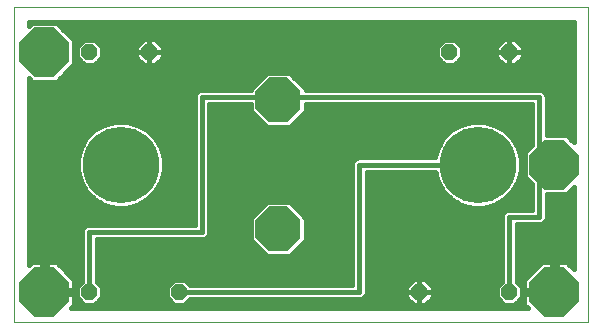
<source format=gbl>
G75*
%MOIN*%
%OFA0B0*%
%FSLAX25Y25*%
%IPPOS*%
%LPD*%
%AMOC8*
5,1,8,0,0,1.08239X$1,22.5*
%
%ADD10C,0.00000*%
%ADD11OC8,0.15000*%
%ADD12C,0.25500*%
%ADD13OC8,0.16400*%
%ADD14OC8,0.05200*%
%ADD15C,0.01600*%
D10*
X0004333Y0003250D02*
X0004333Y0108211D01*
X0195534Y0108211D01*
X0195534Y0003250D01*
X0004333Y0003250D01*
D11*
X0092333Y0034250D03*
X0092333Y0077250D03*
D12*
X0039833Y0055750D03*
X0158833Y0055750D03*
D13*
X0184333Y0055750D03*
X0184333Y0013250D03*
X0014333Y0013250D03*
X0014333Y0093250D03*
D14*
X0029333Y0093250D03*
X0049333Y0093250D03*
X0149333Y0093250D03*
X0169333Y0093250D03*
X0169333Y0013250D03*
X0139333Y0013250D03*
X0059333Y0013250D03*
X0029333Y0013250D03*
D15*
X0029333Y0033250D01*
X0066833Y0033250D01*
X0066833Y0078250D01*
X0092333Y0078250D01*
X0092333Y0077250D01*
X0092333Y0078250D02*
X0179333Y0078250D01*
X0179333Y0038250D01*
X0169333Y0038250D01*
X0169333Y0013250D01*
X0172484Y0016038D02*
X0174333Y0016038D01*
X0173533Y0014990D02*
X0171733Y0016790D01*
X0171733Y0035850D01*
X0179810Y0035850D01*
X0180692Y0036215D01*
X0181367Y0036891D01*
X0181733Y0037773D01*
X0181733Y0045950D01*
X0188392Y0045950D01*
X0190734Y0048292D01*
X0190734Y0020991D01*
X0188475Y0023250D01*
X0185108Y0023250D01*
X0185108Y0014025D01*
X0183558Y0014025D01*
X0183558Y0023250D01*
X0180191Y0023250D01*
X0174333Y0017392D01*
X0174333Y0014025D01*
X0183558Y0014025D01*
X0183558Y0012475D01*
X0174333Y0012475D01*
X0174333Y0009108D01*
X0175391Y0008050D01*
X0023275Y0008050D01*
X0024333Y0009108D01*
X0024333Y0012475D01*
X0015108Y0012475D01*
X0015108Y0014025D01*
X0024333Y0014025D01*
X0024333Y0017392D01*
X0018475Y0023250D01*
X0015108Y0023250D01*
X0015108Y0014025D01*
X0013558Y0014025D01*
X0013558Y0023250D01*
X0010191Y0023250D01*
X0009133Y0022192D01*
X0009133Y0084591D01*
X0010274Y0083450D01*
X0018392Y0083450D01*
X0024133Y0089191D01*
X0024133Y0097309D01*
X0018392Y0103050D01*
X0010274Y0103050D01*
X0009133Y0101909D01*
X0009133Y0103411D01*
X0190734Y0103411D01*
X0190734Y0063208D01*
X0188392Y0065550D01*
X0181733Y0065550D01*
X0181733Y0078727D01*
X0181367Y0079609D01*
X0180692Y0080285D01*
X0179810Y0080650D01*
X0101433Y0080650D01*
X0101433Y0081019D01*
X0096102Y0086350D01*
X0088563Y0086350D01*
X0083233Y0081019D01*
X0083233Y0080650D01*
X0066355Y0080650D01*
X0065473Y0080285D01*
X0064798Y0079609D01*
X0064433Y0078727D01*
X0064433Y0035650D01*
X0028855Y0035650D01*
X0027973Y0035285D01*
X0027298Y0034609D01*
X0026933Y0033727D01*
X0026933Y0016790D01*
X0025133Y0014990D01*
X0025133Y0011510D01*
X0027593Y0009050D01*
X0031073Y0009050D01*
X0033533Y0011510D01*
X0033533Y0014990D01*
X0031733Y0016790D01*
X0031733Y0030850D01*
X0067310Y0030850D01*
X0068192Y0031215D01*
X0068867Y0031891D01*
X0069233Y0032773D01*
X0069233Y0075850D01*
X0083233Y0075850D01*
X0083233Y0073481D01*
X0088563Y0068150D01*
X0096102Y0068150D01*
X0101433Y0073481D01*
X0101433Y0075850D01*
X0176933Y0075850D01*
X0176933Y0062209D01*
X0174533Y0059809D01*
X0174533Y0051691D01*
X0176933Y0049291D01*
X0176933Y0040650D01*
X0168855Y0040650D01*
X0167973Y0040285D01*
X0167298Y0039609D01*
X0166933Y0038727D01*
X0166933Y0016790D01*
X0165133Y0014990D01*
X0165133Y0011510D01*
X0167593Y0009050D01*
X0171073Y0009050D01*
X0173533Y0011510D01*
X0173533Y0014990D01*
X0173533Y0014440D02*
X0174333Y0014440D01*
X0173533Y0012841D02*
X0183558Y0012841D01*
X0183558Y0014440D02*
X0185108Y0014440D01*
X0185108Y0016038D02*
X0183558Y0016038D01*
X0183558Y0017637D02*
X0185108Y0017637D01*
X0185108Y0019235D02*
X0183558Y0019235D01*
X0183558Y0020834D02*
X0185108Y0020834D01*
X0185108Y0022432D02*
X0183558Y0022432D01*
X0179373Y0022432D02*
X0171733Y0022432D01*
X0171733Y0024031D02*
X0190734Y0024031D01*
X0190734Y0022432D02*
X0189293Y0022432D01*
X0190734Y0025629D02*
X0171733Y0025629D01*
X0171733Y0027228D02*
X0190734Y0027228D01*
X0190734Y0028826D02*
X0171733Y0028826D01*
X0171733Y0030425D02*
X0190734Y0030425D01*
X0190734Y0032023D02*
X0171733Y0032023D01*
X0171733Y0033622D02*
X0190734Y0033622D01*
X0190734Y0035220D02*
X0171733Y0035220D01*
X0166933Y0035220D02*
X0121733Y0035220D01*
X0121733Y0036819D02*
X0166933Y0036819D01*
X0166933Y0038417D02*
X0121733Y0038417D01*
X0121733Y0040016D02*
X0167704Y0040016D01*
X0164372Y0042378D02*
X0167644Y0044267D01*
X0170316Y0046939D01*
X0172205Y0050211D01*
X0173183Y0053861D01*
X0173183Y0057639D01*
X0172205Y0061289D01*
X0170316Y0064561D01*
X0167644Y0067233D01*
X0164372Y0069122D01*
X0160722Y0070100D01*
X0156944Y0070100D01*
X0153294Y0069122D01*
X0150022Y0067233D01*
X0147350Y0064561D01*
X0145461Y0061289D01*
X0144620Y0058150D01*
X0118855Y0058150D01*
X0117973Y0057785D01*
X0117298Y0057109D01*
X0116933Y0056227D01*
X0116933Y0015650D01*
X0062873Y0015650D01*
X0061073Y0017450D01*
X0057593Y0017450D01*
X0055133Y0014990D01*
X0055133Y0011510D01*
X0057593Y0009050D01*
X0061073Y0009050D01*
X0062873Y0010850D01*
X0119810Y0010850D01*
X0120692Y0011215D01*
X0121367Y0011891D01*
X0121733Y0012773D01*
X0121733Y0053350D01*
X0144620Y0053350D01*
X0145461Y0050211D01*
X0147350Y0046939D01*
X0150022Y0044267D01*
X0153294Y0042378D01*
X0156944Y0041400D01*
X0160722Y0041400D01*
X0164372Y0042378D01*
X0165818Y0043213D02*
X0176933Y0043213D01*
X0176933Y0044811D02*
X0168188Y0044811D01*
X0169787Y0046410D02*
X0176933Y0046410D01*
X0176933Y0048008D02*
X0170933Y0048008D01*
X0171856Y0049607D02*
X0176617Y0049607D01*
X0175018Y0051205D02*
X0172471Y0051205D01*
X0172900Y0052804D02*
X0174533Y0052804D01*
X0174533Y0054402D02*
X0173183Y0054402D01*
X0173183Y0056001D02*
X0174533Y0056001D01*
X0174533Y0057599D02*
X0173183Y0057599D01*
X0172765Y0059198D02*
X0174533Y0059198D01*
X0175520Y0060796D02*
X0172337Y0060796D01*
X0171566Y0062395D02*
X0176933Y0062395D01*
X0176933Y0063993D02*
X0170643Y0063993D01*
X0169285Y0065592D02*
X0176933Y0065592D01*
X0176933Y0067190D02*
X0167686Y0067190D01*
X0164949Y0068789D02*
X0176933Y0068789D01*
X0176933Y0070387D02*
X0098340Y0070387D01*
X0096741Y0068789D02*
X0152717Y0068789D01*
X0149979Y0067190D02*
X0069233Y0067190D01*
X0069233Y0068789D02*
X0087925Y0068789D01*
X0086326Y0070387D02*
X0069233Y0070387D01*
X0069233Y0071986D02*
X0084727Y0071986D01*
X0083233Y0073584D02*
X0069233Y0073584D01*
X0069233Y0075183D02*
X0083233Y0075183D01*
X0083791Y0081577D02*
X0009133Y0081577D01*
X0009133Y0083176D02*
X0085389Y0083176D01*
X0086988Y0084774D02*
X0019716Y0084774D01*
X0021315Y0086373D02*
X0190734Y0086373D01*
X0190734Y0087971D02*
X0022913Y0087971D01*
X0024133Y0089570D02*
X0027073Y0089570D01*
X0027593Y0089050D02*
X0031073Y0089050D01*
X0033533Y0091510D01*
X0033533Y0094990D01*
X0031073Y0097450D01*
X0027593Y0097450D01*
X0025133Y0094990D01*
X0025133Y0091510D01*
X0027593Y0089050D01*
X0025475Y0091168D02*
X0024133Y0091168D01*
X0024133Y0092767D02*
X0025133Y0092767D01*
X0025133Y0094365D02*
X0024133Y0094365D01*
X0024133Y0095964D02*
X0026107Y0095964D01*
X0023880Y0097562D02*
X0047422Y0097562D01*
X0047510Y0097650D02*
X0044933Y0095073D01*
X0044933Y0093250D01*
X0044933Y0091427D01*
X0047510Y0088850D01*
X0049333Y0088850D01*
X0051155Y0088850D01*
X0053733Y0091427D01*
X0053733Y0093250D01*
X0053733Y0095073D01*
X0051155Y0097650D01*
X0049333Y0097650D01*
X0049333Y0093250D01*
X0053733Y0093250D01*
X0049333Y0093250D01*
X0049333Y0093250D01*
X0049333Y0093250D01*
X0049333Y0088850D01*
X0049333Y0093250D01*
X0049333Y0093250D01*
X0049333Y0097650D01*
X0047510Y0097650D01*
X0049333Y0097562D02*
X0049333Y0097562D01*
X0049333Y0095964D02*
X0049333Y0095964D01*
X0051243Y0097562D02*
X0167422Y0097562D01*
X0167510Y0097650D02*
X0164933Y0095073D01*
X0164933Y0093250D01*
X0164933Y0091427D01*
X0167510Y0088850D01*
X0169333Y0088850D01*
X0171155Y0088850D01*
X0173733Y0091427D01*
X0173733Y0093250D01*
X0173733Y0095073D01*
X0171155Y0097650D01*
X0169333Y0097650D01*
X0169333Y0093250D01*
X0173733Y0093250D01*
X0169333Y0093250D01*
X0169333Y0093250D01*
X0169333Y0093250D01*
X0169333Y0088850D01*
X0169333Y0093250D01*
X0169333Y0093250D01*
X0169333Y0097650D01*
X0167510Y0097650D01*
X0169333Y0097562D02*
X0169333Y0097562D01*
X0169333Y0095964D02*
X0169333Y0095964D01*
X0171243Y0097562D02*
X0190734Y0097562D01*
X0190734Y0095964D02*
X0172842Y0095964D01*
X0173733Y0094365D02*
X0190734Y0094365D01*
X0190734Y0092767D02*
X0173733Y0092767D01*
X0173473Y0091168D02*
X0190734Y0091168D01*
X0190734Y0089570D02*
X0171875Y0089570D01*
X0169333Y0089570D02*
X0169333Y0089570D01*
X0169333Y0091168D02*
X0169333Y0091168D01*
X0169333Y0092767D02*
X0169333Y0092767D01*
X0169333Y0093250D02*
X0164933Y0093250D01*
X0169333Y0093250D01*
X0169333Y0093250D01*
X0169333Y0094365D02*
X0169333Y0094365D01*
X0165824Y0095964D02*
X0152559Y0095964D01*
X0153533Y0094990D02*
X0151073Y0097450D01*
X0147593Y0097450D01*
X0145133Y0094990D01*
X0145133Y0091510D01*
X0147593Y0089050D01*
X0151073Y0089050D01*
X0153533Y0091510D01*
X0153533Y0094990D01*
X0153533Y0094365D02*
X0164933Y0094365D01*
X0164933Y0092767D02*
X0153533Y0092767D01*
X0153191Y0091168D02*
X0165192Y0091168D01*
X0166791Y0089570D02*
X0151592Y0089570D01*
X0147073Y0089570D02*
X0051875Y0089570D01*
X0053473Y0091168D02*
X0145475Y0091168D01*
X0145133Y0092767D02*
X0053733Y0092767D01*
X0053733Y0094365D02*
X0145133Y0094365D01*
X0146107Y0095964D02*
X0052842Y0095964D01*
X0049333Y0094365D02*
X0049333Y0094365D01*
X0049333Y0093250D02*
X0049333Y0093250D01*
X0044933Y0093250D01*
X0049333Y0093250D01*
X0049333Y0092767D02*
X0049333Y0092767D01*
X0049333Y0091168D02*
X0049333Y0091168D01*
X0049333Y0089570D02*
X0049333Y0089570D01*
X0046791Y0089570D02*
X0031592Y0089570D01*
X0033191Y0091168D02*
X0045192Y0091168D01*
X0044933Y0092767D02*
X0033533Y0092767D01*
X0033533Y0094365D02*
X0044933Y0094365D01*
X0045824Y0095964D02*
X0032559Y0095964D01*
X0022281Y0099161D02*
X0190734Y0099161D01*
X0190734Y0100759D02*
X0020683Y0100759D01*
X0019084Y0102358D02*
X0190734Y0102358D01*
X0190734Y0084774D02*
X0097678Y0084774D01*
X0099277Y0083176D02*
X0190734Y0083176D01*
X0190734Y0081577D02*
X0100875Y0081577D01*
X0101433Y0075183D02*
X0176933Y0075183D01*
X0176933Y0073584D02*
X0101433Y0073584D01*
X0099938Y0071986D02*
X0176933Y0071986D01*
X0181733Y0071986D02*
X0190734Y0071986D01*
X0190734Y0073584D02*
X0181733Y0073584D01*
X0181733Y0075183D02*
X0190734Y0075183D01*
X0190734Y0076782D02*
X0181733Y0076782D01*
X0181733Y0078380D02*
X0190734Y0078380D01*
X0190734Y0079979D02*
X0180998Y0079979D01*
X0181733Y0070387D02*
X0190734Y0070387D01*
X0190734Y0068789D02*
X0181733Y0068789D01*
X0181733Y0067190D02*
X0190734Y0067190D01*
X0190734Y0065592D02*
X0181733Y0065592D01*
X0189949Y0063993D02*
X0190734Y0063993D01*
X0190734Y0048008D02*
X0190450Y0048008D01*
X0190734Y0046410D02*
X0188852Y0046410D01*
X0190734Y0044811D02*
X0181733Y0044811D01*
X0181733Y0043213D02*
X0190734Y0043213D01*
X0190734Y0041614D02*
X0181733Y0041614D01*
X0181733Y0040016D02*
X0190734Y0040016D01*
X0190734Y0038417D02*
X0181733Y0038417D01*
X0181296Y0036819D02*
X0190734Y0036819D01*
X0176933Y0041614D02*
X0161522Y0041614D01*
X0156144Y0041614D02*
X0121733Y0041614D01*
X0121733Y0043213D02*
X0151848Y0043213D01*
X0149478Y0044811D02*
X0121733Y0044811D01*
X0121733Y0046410D02*
X0147879Y0046410D01*
X0146733Y0048008D02*
X0121733Y0048008D01*
X0121733Y0049607D02*
X0145810Y0049607D01*
X0145194Y0051205D02*
X0121733Y0051205D01*
X0121733Y0052804D02*
X0144766Y0052804D01*
X0144900Y0059198D02*
X0069233Y0059198D01*
X0069233Y0057599D02*
X0117788Y0057599D01*
X0116933Y0056001D02*
X0069233Y0056001D01*
X0069233Y0054402D02*
X0116933Y0054402D01*
X0119333Y0055750D02*
X0119333Y0013250D01*
X0059333Y0013250D01*
X0062484Y0016038D02*
X0116933Y0016038D01*
X0116933Y0017637D02*
X0031733Y0017637D01*
X0031733Y0019235D02*
X0116933Y0019235D01*
X0116933Y0020834D02*
X0031733Y0020834D01*
X0031733Y0022432D02*
X0116933Y0022432D01*
X0116933Y0024031D02*
X0031733Y0024031D01*
X0031733Y0025629D02*
X0088084Y0025629D01*
X0088563Y0025150D02*
X0096102Y0025150D01*
X0101433Y0030481D01*
X0101433Y0038019D01*
X0096102Y0043350D01*
X0088563Y0043350D01*
X0083233Y0038019D01*
X0083233Y0030481D01*
X0088563Y0025150D01*
X0086486Y0027228D02*
X0031733Y0027228D01*
X0031733Y0028826D02*
X0084887Y0028826D01*
X0083289Y0030425D02*
X0031733Y0030425D01*
X0026933Y0030425D02*
X0009133Y0030425D01*
X0009133Y0028826D02*
X0026933Y0028826D01*
X0026933Y0027228D02*
X0009133Y0027228D01*
X0009133Y0025629D02*
X0026933Y0025629D01*
X0026933Y0024031D02*
X0009133Y0024031D01*
X0009133Y0022432D02*
X0009373Y0022432D01*
X0013558Y0022432D02*
X0015108Y0022432D01*
X0015108Y0020834D02*
X0013558Y0020834D01*
X0013558Y0019235D02*
X0015108Y0019235D01*
X0015108Y0017637D02*
X0013558Y0017637D01*
X0013558Y0016038D02*
X0015108Y0016038D01*
X0015108Y0014440D02*
X0013558Y0014440D01*
X0015108Y0012841D02*
X0025133Y0012841D01*
X0025401Y0011243D02*
X0024333Y0011243D01*
X0024333Y0009644D02*
X0026999Y0009644D01*
X0031667Y0009644D02*
X0056999Y0009644D01*
X0055401Y0011243D02*
X0033265Y0011243D01*
X0033533Y0012841D02*
X0055133Y0012841D01*
X0055133Y0014440D02*
X0033533Y0014440D01*
X0032484Y0016038D02*
X0056181Y0016038D01*
X0061667Y0009644D02*
X0136716Y0009644D01*
X0137510Y0008850D02*
X0139333Y0008850D01*
X0141155Y0008850D01*
X0143733Y0011427D01*
X0143733Y0013250D01*
X0143733Y0015073D01*
X0141155Y0017650D01*
X0139333Y0017650D01*
X0139333Y0013250D01*
X0143733Y0013250D01*
X0139333Y0013250D01*
X0139333Y0013250D01*
X0139333Y0013250D01*
X0139333Y0008850D01*
X0139333Y0013250D01*
X0139333Y0013250D01*
X0139333Y0017650D01*
X0137510Y0017650D01*
X0134933Y0015073D01*
X0134933Y0013250D01*
X0134933Y0011427D01*
X0137510Y0008850D01*
X0139333Y0009644D02*
X0139333Y0009644D01*
X0139333Y0011243D02*
X0139333Y0011243D01*
X0139333Y0012841D02*
X0139333Y0012841D01*
X0139333Y0013250D02*
X0134933Y0013250D01*
X0139333Y0013250D01*
X0139333Y0013250D01*
X0139333Y0014440D02*
X0139333Y0014440D01*
X0139333Y0016038D02*
X0139333Y0016038D01*
X0135898Y0016038D02*
X0121733Y0016038D01*
X0121733Y0014440D02*
X0134933Y0014440D01*
X0134933Y0012841D02*
X0121733Y0012841D01*
X0120719Y0011243D02*
X0135118Y0011243D01*
X0141949Y0009644D02*
X0166999Y0009644D01*
X0165401Y0011243D02*
X0143548Y0011243D01*
X0143733Y0012841D02*
X0165133Y0012841D01*
X0165133Y0014440D02*
X0143733Y0014440D01*
X0142767Y0016038D02*
X0166181Y0016038D01*
X0166933Y0017637D02*
X0141169Y0017637D01*
X0139333Y0017637D02*
X0139333Y0017637D01*
X0137497Y0017637D02*
X0121733Y0017637D01*
X0121733Y0019235D02*
X0166933Y0019235D01*
X0166933Y0020834D02*
X0121733Y0020834D01*
X0121733Y0022432D02*
X0166933Y0022432D01*
X0166933Y0024031D02*
X0121733Y0024031D01*
X0121733Y0025629D02*
X0166933Y0025629D01*
X0166933Y0027228D02*
X0121733Y0027228D01*
X0121733Y0028826D02*
X0166933Y0028826D01*
X0166933Y0030425D02*
X0121733Y0030425D01*
X0121733Y0032023D02*
X0166933Y0032023D01*
X0166933Y0033622D02*
X0121733Y0033622D01*
X0116933Y0033622D02*
X0101433Y0033622D01*
X0101433Y0032023D02*
X0116933Y0032023D01*
X0116933Y0030425D02*
X0101377Y0030425D01*
X0099778Y0028826D02*
X0116933Y0028826D01*
X0116933Y0027228D02*
X0098180Y0027228D01*
X0096581Y0025629D02*
X0116933Y0025629D01*
X0116933Y0035220D02*
X0101433Y0035220D01*
X0101433Y0036819D02*
X0116933Y0036819D01*
X0116933Y0038417D02*
X0101035Y0038417D01*
X0099436Y0040016D02*
X0116933Y0040016D01*
X0116933Y0041614D02*
X0097838Y0041614D01*
X0096239Y0043213D02*
X0116933Y0043213D01*
X0116933Y0044811D02*
X0069233Y0044811D01*
X0069233Y0043213D02*
X0088426Y0043213D01*
X0086828Y0041614D02*
X0069233Y0041614D01*
X0069233Y0040016D02*
X0085229Y0040016D01*
X0083631Y0038417D02*
X0069233Y0038417D01*
X0069233Y0036819D02*
X0083233Y0036819D01*
X0083233Y0035220D02*
X0069233Y0035220D01*
X0069233Y0033622D02*
X0083233Y0033622D01*
X0083233Y0032023D02*
X0068922Y0032023D01*
X0064433Y0036819D02*
X0009133Y0036819D01*
X0009133Y0038417D02*
X0064433Y0038417D01*
X0064433Y0040016D02*
X0009133Y0040016D01*
X0009133Y0041614D02*
X0037144Y0041614D01*
X0037944Y0041400D02*
X0034294Y0042378D01*
X0031022Y0044267D01*
X0028350Y0046939D01*
X0026461Y0050211D01*
X0025483Y0053861D01*
X0025483Y0057639D01*
X0026461Y0061289D01*
X0028350Y0064561D01*
X0031022Y0067233D01*
X0034294Y0069122D01*
X0037944Y0070100D01*
X0041722Y0070100D01*
X0045372Y0069122D01*
X0048644Y0067233D01*
X0051316Y0064561D01*
X0053205Y0061289D01*
X0054183Y0057639D01*
X0054183Y0053861D01*
X0053205Y0050211D01*
X0051316Y0046939D01*
X0048644Y0044267D01*
X0045372Y0042378D01*
X0041722Y0041400D01*
X0037944Y0041400D01*
X0042522Y0041614D02*
X0064433Y0041614D01*
X0064433Y0043213D02*
X0046818Y0043213D01*
X0049188Y0044811D02*
X0064433Y0044811D01*
X0064433Y0046410D02*
X0050787Y0046410D01*
X0051933Y0048008D02*
X0064433Y0048008D01*
X0064433Y0049607D02*
X0052856Y0049607D01*
X0053471Y0051205D02*
X0064433Y0051205D01*
X0064433Y0052804D02*
X0053900Y0052804D01*
X0054183Y0054402D02*
X0064433Y0054402D01*
X0064433Y0056001D02*
X0054183Y0056001D01*
X0054183Y0057599D02*
X0064433Y0057599D01*
X0064433Y0059198D02*
X0053765Y0059198D01*
X0053337Y0060796D02*
X0064433Y0060796D01*
X0064433Y0062395D02*
X0052566Y0062395D01*
X0051643Y0063993D02*
X0064433Y0063993D01*
X0064433Y0065592D02*
X0050285Y0065592D01*
X0048686Y0067190D02*
X0064433Y0067190D01*
X0064433Y0068789D02*
X0045949Y0068789D01*
X0033717Y0068789D02*
X0009133Y0068789D01*
X0009133Y0070387D02*
X0064433Y0070387D01*
X0064433Y0071986D02*
X0009133Y0071986D01*
X0009133Y0073584D02*
X0064433Y0073584D01*
X0064433Y0075183D02*
X0009133Y0075183D01*
X0009133Y0076782D02*
X0064433Y0076782D01*
X0064433Y0078380D02*
X0009133Y0078380D01*
X0009133Y0079979D02*
X0065167Y0079979D01*
X0069233Y0065592D02*
X0148381Y0065592D01*
X0147022Y0063993D02*
X0069233Y0063993D01*
X0069233Y0062395D02*
X0146099Y0062395D01*
X0145329Y0060796D02*
X0069233Y0060796D01*
X0069233Y0052804D02*
X0116933Y0052804D01*
X0116933Y0051205D02*
X0069233Y0051205D01*
X0069233Y0049607D02*
X0116933Y0049607D01*
X0116933Y0048008D02*
X0069233Y0048008D01*
X0069233Y0046410D02*
X0116933Y0046410D01*
X0119333Y0055750D02*
X0158833Y0055750D01*
X0171733Y0020834D02*
X0177774Y0020834D01*
X0176176Y0019235D02*
X0171733Y0019235D01*
X0171733Y0017637D02*
X0174577Y0017637D01*
X0174333Y0011243D02*
X0173265Y0011243D01*
X0174333Y0009644D02*
X0171667Y0009644D01*
X0032848Y0043213D02*
X0009133Y0043213D01*
X0009133Y0044811D02*
X0030478Y0044811D01*
X0028879Y0046410D02*
X0009133Y0046410D01*
X0009133Y0048008D02*
X0027733Y0048008D01*
X0026810Y0049607D02*
X0009133Y0049607D01*
X0009133Y0051205D02*
X0026194Y0051205D01*
X0025766Y0052804D02*
X0009133Y0052804D01*
X0009133Y0054402D02*
X0025483Y0054402D01*
X0025483Y0056001D02*
X0009133Y0056001D01*
X0009133Y0057599D02*
X0025483Y0057599D01*
X0025900Y0059198D02*
X0009133Y0059198D01*
X0009133Y0060796D02*
X0026329Y0060796D01*
X0027099Y0062395D02*
X0009133Y0062395D01*
X0009133Y0063993D02*
X0028022Y0063993D01*
X0029381Y0065592D02*
X0009133Y0065592D01*
X0009133Y0067190D02*
X0030979Y0067190D01*
X0027909Y0035220D02*
X0009133Y0035220D01*
X0009133Y0033622D02*
X0026933Y0033622D01*
X0026933Y0032023D02*
X0009133Y0032023D01*
X0019293Y0022432D02*
X0026933Y0022432D01*
X0026933Y0020834D02*
X0020891Y0020834D01*
X0022490Y0019235D02*
X0026933Y0019235D01*
X0026933Y0017637D02*
X0024088Y0017637D01*
X0024333Y0016038D02*
X0026181Y0016038D01*
X0025133Y0014440D02*
X0024333Y0014440D01*
X0009581Y0102358D02*
X0009133Y0102358D01*
M02*

</source>
